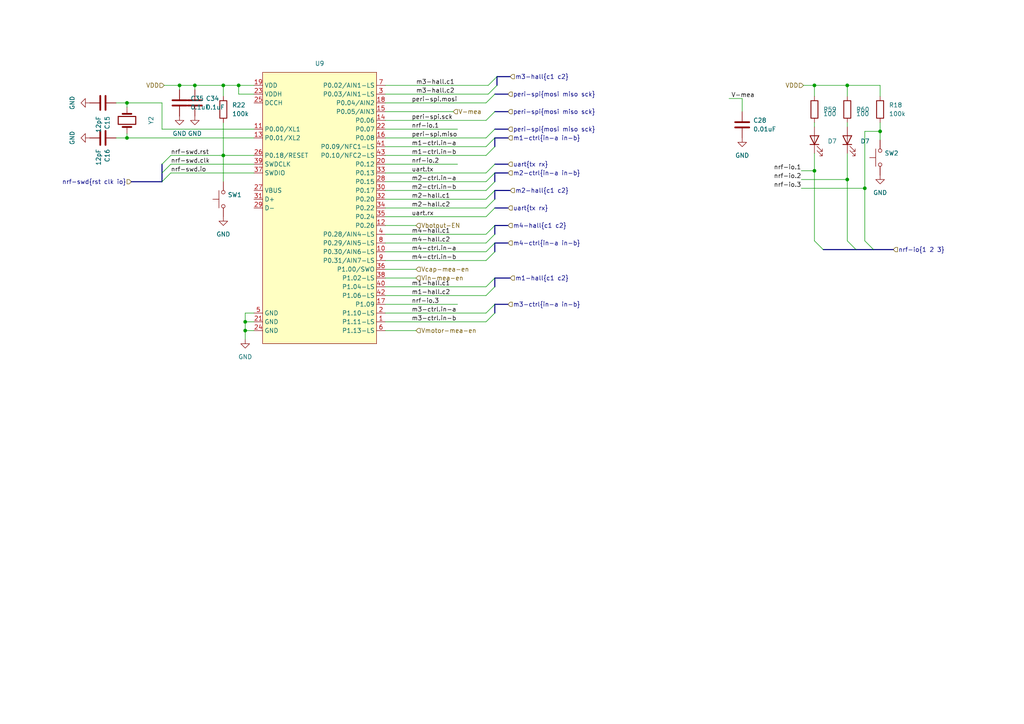
<source format=kicad_sch>
(kicad_sch (version 20230121) (generator eeschema)
  (paper "A4")
  (lib_symbols
    (symbol "Device:C" (pin_numbers hide) (pin_names (offset 0.254))
      (property "Reference" "C" (at 0.635 2.54 0))
      (property "Value" "C" (at 0.635 -2.54 0))
      (symbol "C_0_1"
        (polyline (pts (xy -2.032 -0.762) (xy 2.032 -0.762)) (stroke (width 0.508)))
        (polyline (pts (xy -2.032 0.762) (xy 2.032 0.762)) (stroke (width 0.508)))
      )
      (symbol "C_1_1"
        (pin passive line (at 0 3.81 270) (length 2.794) (name "~") (number "1"))
        (pin passive line (at 0 -3.81 90) (length 2.794) (name "~") (number "2"))
      )
    )
    (symbol "Device:Crystal" (pin_numbers hide) (pin_names (offset 1.016) hide)
      (property "Reference" "Y" (at 0 3.81 0))
      (property "Value" "Crystal" (at 0 -3.81 0))
      (symbol "Crystal_0_1"
        (rectangle (start -1.143 2.54) (end 1.143 -2.54) (stroke (width 0.3048)))
        (polyline (pts (xy -2.54 0) (xy -1.905 0)))
        (polyline (pts (xy -1.905 -1.27) (xy -1.905 1.27)) (stroke (width 0.508)))
        (polyline (pts (xy 1.905 -1.27) (xy 1.905 1.27)) (stroke (width 0.508)))
        (polyline (pts (xy 2.54 0) (xy 1.905 0)))
      )
      (symbol "Crystal_1_1"
        (pin passive line (at -3.81 0 0) (length 1.27) (name "1") (number "1"))
        (pin passive line (at 3.81 0 180) (length 1.27) (name "2") (number "2"))
      )
    )
    (symbol "Device:LED" (pin_numbers hide) (pin_names (offset 1.016) hide)
      (property "Reference" "D" (at 0 2.54 0))
      (property "Value" "LED" (at 0 -2.54 0))
      (symbol "LED_0_1"
        (polyline (pts (xy -1.27 -1.27) (xy -1.27 1.27)) (stroke (width 0.254)))
        (polyline (pts (xy -1.27 0) (xy 1.27 0)))
        (polyline (pts (xy 1.27 -1.27) (xy 1.27 1.27) (xy -1.27 0) (xy 1.27 -1.27)) (stroke (width 0.254)))
        (polyline (pts (xy -3.048 -0.762) (xy -4.572 -2.286) (xy -3.81 -2.286) (xy -4.572 -2.286) (xy -4.572 -1.524)))
        (polyline (pts (xy -1.778 -0.762) (xy -3.302 -2.286) (xy -2.54 -2.286) (xy -3.302 -2.286) (xy -3.302 -1.524)))
      )
      (symbol "LED_1_1"
        (pin passive line (at -3.81 0 0) (length 2.54) (name "K") (number "1"))
        (pin passive line (at 3.81 0 180) (length 2.54) (name "A") (number "2"))
      )
    )
    (symbol "Device:R" (pin_numbers hide) (pin_names (offset 0))
      (property "Reference" "R" (at 2.032 0 90))
      (property "Value" "R" (at 0 0 90))
      (symbol "R_0_1"
        (rectangle (start -1.016 -2.54) (end 1.016 2.54) (stroke (width 0.254)))
      )
      (symbol "R_1_1"
        (pin passive line (at 0 3.81 270) (length 1.27) (name "~") (number "1"))
        (pin passive line (at 0 -3.81 90) (length 1.27) (name "~") (number "2"))
      )
    )
    (symbol "Fan_MCU:E73-2G4M08S1C"
      (property "Reference" "U" (at 0 40.64 0))
      (symbol "E73-2G4M08S1C_0_0"
        (pin power_in line (at -19.05 -35.56 0) (length 2.54) (name "GND") (number "24"))
      )
      (symbol "E73-2G4M08S1C_1_0"
        (pin bidirectional line (at 19.05 -33.02 180) (length 2.54) (name "P1.11-LS") (number "1"))
        (pin bidirectional line (at 19.05 -12.7 180) (length 2.54) (name "P0.30/AIN6-LS") (number "10"))
        (pin bidirectional line (at -19.05 22.86 0) (length 2.54) (name "P0.00/XL1") (number "11"))
        (pin bidirectional line (at 19.05 -5.08 180) (length 2.54) (name "P0.26") (number "12"))
        (pin bidirectional line (at -19.05 20.32 0) (length 2.54) (name "P0.01/XL2") (number "13"))
        (pin bidirectional line (at 19.05 25.4 180) (length 2.54) (name "P0.06") (number "14"))
        (pin bidirectional line (at 19.05 27.94 180) (length 2.54) (name "P0.05/AIN3") (number "15"))
        (pin bidirectional line (at 19.05 20.32 180) (length 2.54) (name "P0.08") (number "16"))
        (pin bidirectional line (at 19.05 -27.94 180) (length 2.54) (name "P1.09") (number "17"))
        (pin bidirectional line (at 19.05 30.48 180) (length 2.54) (name "P0.04/AIN2") (number "18"))
        (pin power_in line (at -19.05 35.56 0) (length 2.54) (name "VDD") (number "19"))
        (pin bidirectional line (at 19.05 -30.48 180) (length 2.54) (name "P1.10-LS") (number "2"))
        (pin bidirectional line (at 19.05 12.7 180) (length 2.54) (name "P0.12") (number "20"))
        (pin power_in line (at -19.05 -33.02 0) (length 2.54) (name "GND") (number "21"))
        (pin bidirectional line (at 19.05 22.86 180) (length 2.54) (name "P0.07") (number "22"))
        (pin power_in line (at -19.05 33.02 0) (length 2.54) (name "VDDH") (number "23"))
        (pin power_in line (at -19.05 30.48 0) (length 2.54) (name "DCCH") (number "25"))
        (pin bidirectional line (at -19.05 15.24 0) (length 2.54) (name "P0.18/RESET") (number "26"))
        (pin power_in line (at -19.05 5.08 0) (length 2.54) (name "VBUS") (number "27"))
        (pin bidirectional line (at 19.05 7.62 180) (length 2.54) (name "P0.15") (number "28"))
        (pin bidirectional line (at -19.05 0 0) (length 2.54) (name "D-") (number "29"))
        (pin bidirectional line (at 19.05 33.02 180) (length 2.54) (name "P0.03/AIN1-LS") (number "3"))
        (pin bidirectional line (at 19.05 5.08 180) (length 2.54) (name "P0.17") (number "30"))
        (pin bidirectional line (at -19.05 2.54 0) (length 2.54) (name "D+") (number "31"))
        (pin bidirectional line (at 19.05 2.54 180) (length 2.54) (name "P0.20") (number "32"))
        (pin bidirectional line (at 19.05 10.16 180) (length 2.54) (name "P0.13") (number "33"))
        (pin bidirectional line (at 19.05 0 180) (length 2.54) (name "P0.22") (number "34"))
        (pin bidirectional line (at 19.05 -2.54 180) (length 2.54) (name "P0.24") (number "35"))
        (pin bidirectional line (at 19.05 -17.78 180) (length 2.54) (name "P1.00/SWO") (number "36"))
        (pin bidirectional line (at -19.05 10.16 0) (length 2.54) (name "SWDIO") (number "37"))
        (pin bidirectional line (at 19.05 -20.32 180) (length 2.54) (name "P1.02-LS") (number "38"))
        (pin bidirectional line (at -19.05 12.7 0) (length 2.54) (name "SWDCLK") (number "39"))
        (pin bidirectional line (at 19.05 -7.62 180) (length 2.54) (name "P0.28/AIN4-LS") (number "4"))
        (pin bidirectional line (at 19.05 -22.86 180) (length 2.54) (name "P1.04-LS") (number "40"))
        (pin bidirectional line (at 19.05 17.78 180) (length 2.54) (name "P0.09/NFC1-LS") (number "41"))
        (pin bidirectional line (at 19.05 -25.4 180) (length 2.54) (name "P1.06-LS") (number "42"))
        (pin bidirectional line (at 19.05 15.24 180) (length 2.54) (name "P0.10/NFC2-LS") (number "43"))
        (pin power_in line (at -19.05 -30.48 0) (length 2.54) (name "GND") (number "5"))
        (pin bidirectional line (at 19.05 -35.56 180) (length 2.54) (name "P1.13-LS") (number "6"))
        (pin bidirectional line (at 19.05 35.56 180) (length 2.54) (name "P0.02/AIN1-LS") (number "7"))
        (pin bidirectional line (at 19.05 -10.16 180) (length 2.54) (name "P0.29/AIN5-LS") (number "8"))
        (pin bidirectional line (at 19.05 -15.24 180) (length 2.54) (name "P0.31/AIN7-LS") (number "9"))
      )
      (symbol "E73-2G4M08S1C_1_1"
        (rectangle (start -16.51 39.37) (end 16.51 -39.37) (fill (type background)))
      )
    )
    (symbol "Switch:SW_Push" (pin_numbers hide) (pin_names (offset 1.016) hide)
      (property "Reference" "SW" (at 1.27 2.54 0))
      (property "Value" "SW_Push" (at 0 -1.524 0))
      (symbol "SW_Push_0_1"
        (circle (center -2.032 0) (radius 0.508))
        (polyline (pts (xy 0 1.27) (xy 0 3.048)))
        (polyline (pts (xy 2.54 1.27) (xy -2.54 1.27)))
        (circle (center 2.032 0) (radius 0.508))
        (pin passive line (at -5.08 0 0) (length 2.54) (name "1") (number "1"))
        (pin passive line (at 5.08 0 180) (length 2.54) (name "2") (number "2"))
      )
    )
    (symbol "power:GND" (power) (pin_names (offset 0))
      (property "Value" "GND" (at 0 -3.81 0))
      (symbol "GND_0_1"
        (polyline (pts (xy 0 0) (xy 0 -1.27) (xy 1.27 -1.27) (xy 0 -2.54) (xy -1.27 -1.27) (xy 0 -1.27)))
      )
      (symbol "GND_1_1"
        (pin power_in line (at 0 0 270) (length 0) hide (name "GND") (number "1"))
      )
    )
  )
  (junction (at 245.745 24.765))
  (junction (at 64.77 45.085))
  (junction (at 52.07 24.765))
  (junction (at 36.83 40.005))
  (junction (at 255.27 38.1))
  (junction (at 245.745 52.07))
  (junction (at 71.12 93.345))
  (junction (at 36.83 29.845))
  (junction (at 71.12 95.885))
  (junction (at 56.515 24.765))
  (junction (at 236.22 49.53))
  (junction (at 69.215 24.765))
  (junction (at 64.77 24.765))
  (junction (at 236.22 24.765))
  (junction (at 250.825 54.61))
  (bus_entry (at 143.51 40.005) (size -2.54 2.54))
  (bus_entry (at 140.97 62.865) (size 2.54 -2.54))
  (bus_entry (at 140.97 50.165) (size 2.54 -2.54))
  (bus_entry (at 143.51 50.165) (size -2.54 2.54))
  (bus_entry (at 143.51 67.945) (size -2.54 2.54))
  (bus_entry (at 140.97 57.785) (size 2.54 -2.54))
  (bus_entry (at 140.97 29.845) (size 2.54 -2.54))
  (bus_entry (at 144.145 22.225) (size -2.54 2.54))
  (bus_entry (at 49.53 50.165) (size -2.54 2.54))
  (bus_entry (at 144.145 24.765) (size -2.54 2.54))
  (bus_entry (at 250.825 69.85) (size 2.54 2.54))
  (bus_entry (at 140.97 60.325) (size 2.54 -2.54))
  (bus_entry (at 143.51 42.545) (size -2.54 2.54))
  (bus_entry (at 143.51 80.645) (size -2.54 2.54))
  (bus_entry (at 236.22 69.85) (size 2.54 2.54))
  (bus_entry (at 143.51 73.025) (size -2.54 2.54))
  (bus_entry (at 49.53 45.085) (size -2.54 2.54))
  (bus_entry (at 245.745 69.85) (size 2.54 2.54))
  (bus_entry (at 140.97 40.005) (size 2.54 -2.54))
  (bus_entry (at 143.51 83.185) (size -2.54 2.54))
  (bus_entry (at 143.51 90.805) (size -2.54 2.54))
  (bus_entry (at 143.51 52.705) (size -2.54 2.54))
  (bus_entry (at 140.97 34.925) (size 2.54 -2.54))
  (bus_entry (at 143.51 88.265) (size -2.54 2.54))
  (bus_entry (at 49.53 47.625) (size -2.54 2.54))
  (bus_entry (at 143.51 70.485) (size -2.54 2.54))
  (bus_entry (at 143.51 65.405) (size -2.54 2.54))
  (wire (pts (xy 111.76 37.465) (xy 132.715 37.465)))
  (wire (pts (xy 111.76 62.865) (xy 140.97 62.865)))
  (bus (pts (xy 147.955 22.225) (xy 144.145 22.225)))
  (bus (pts (xy 238.76 72.39) (xy 248.285 72.39)))
  (wire (pts (xy 111.76 70.485) (xy 140.97 70.485)))
  (wire (pts (xy 232.41 54.61) (xy 250.825 54.61)))
  (wire (pts (xy 236.22 49.53) (xy 236.22 69.85)))
  (wire (pts (xy 111.76 40.005) (xy 140.97 40.005)))
  (wire (pts (xy 236.22 36.83) (xy 236.22 35.56)))
  (wire (pts (xy 111.76 90.805) (xy 140.97 90.805)))
  (bus (pts (xy 38.1 52.705) (xy 46.99 52.705)))
  (wire (pts (xy 71.12 90.805) (xy 71.12 93.345)))
  (bus (pts (xy 143.51 40.005) (xy 143.51 42.545)))
  (wire (pts (xy 33.655 29.845) (xy 36.83 29.845)))
  (wire (pts (xy 245.745 52.07) (xy 245.745 69.85)))
  (wire (pts (xy 73.66 24.765) (xy 69.215 24.765)))
  (wire (pts (xy 111.76 34.925) (xy 140.97 34.925)))
  (wire (pts (xy 111.76 57.785) (xy 140.97 57.785)))
  (wire (pts (xy 255.27 35.56) (xy 255.27 38.1)))
  (wire (pts (xy 56.515 24.765) (xy 64.77 24.765)))
  (bus (pts (xy 143.51 50.165) (xy 143.51 52.705)))
  (wire (pts (xy 111.76 55.245) (xy 140.97 55.245)))
  (wire (pts (xy 111.76 93.345) (xy 140.97 93.345)))
  (wire (pts (xy 69.215 24.765) (xy 64.77 24.765)))
  (wire (pts (xy 111.76 50.165) (xy 140.97 50.165)))
  (wire (pts (xy 111.76 42.545) (xy 140.97 42.545)))
  (wire (pts (xy 73.66 90.805) (xy 71.12 90.805)))
  (wire (pts (xy 49.53 45.085) (xy 64.77 45.085)))
  (wire (pts (xy 36.83 40.005) (xy 36.83 38.735)))
  (wire (pts (xy 111.76 47.625) (xy 132.715 47.625)))
  (bus (pts (xy 147.32 88.265) (xy 143.51 88.265)))
  (wire (pts (xy 255.27 38.1) (xy 250.825 38.1)))
  (wire (pts (xy 111.76 52.705) (xy 140.97 52.705)))
  (wire (pts (xy 245.745 24.765) (xy 255.27 24.765)))
  (wire (pts (xy 211.455 28.575) (xy 215.265 28.575)))
  (bus (pts (xy 143.51 27.305) (xy 147.32 27.305)))
  (bus (pts (xy 147.32 50.165) (xy 143.51 50.165)))
  (wire (pts (xy 49.53 50.165) (xy 73.66 50.165)))
  (wire (pts (xy 46.99 29.845) (xy 46.99 37.465)))
  (wire (pts (xy 233.045 24.765) (xy 236.22 24.765)))
  (wire (pts (xy 111.76 95.885) (xy 120.65 95.885)))
  (wire (pts (xy 73.66 95.885) (xy 71.12 95.885)))
  (wire (pts (xy 73.66 27.305) (xy 69.215 27.305)))
  (wire (pts (xy 56.515 24.765) (xy 56.515 26.035)))
  (wire (pts (xy 111.76 24.765) (xy 141.605 24.765)))
  (bus (pts (xy 46.99 47.625) (xy 46.99 50.165)))
  (wire (pts (xy 73.66 40.005) (xy 36.83 40.005)))
  (wire (pts (xy 71.12 93.345) (xy 71.12 95.885)))
  (bus (pts (xy 143.51 88.265) (xy 143.51 90.805)))
  (wire (pts (xy 111.76 73.025) (xy 140.97 73.025)))
  (bus (pts (xy 143.51 32.385) (xy 147.32 32.385)))
  (wire (pts (xy 111.76 83.185) (xy 140.97 83.185)))
  (wire (pts (xy 64.77 24.765) (xy 64.77 27.94)))
  (wire (pts (xy 36.83 29.845) (xy 46.99 29.845)))
  (bus (pts (xy 147.955 80.645) (xy 143.51 80.645)))
  (wire (pts (xy 46.99 37.465) (xy 73.66 37.465)))
  (wire (pts (xy 47.625 24.765) (xy 52.07 24.765)))
  (wire (pts (xy 250.825 54.61) (xy 250.825 69.85)))
  (bus (pts (xy 147.32 70.485) (xy 143.51 70.485)))
  (wire (pts (xy 64.77 45.085) (xy 73.66 45.085)))
  (wire (pts (xy 52.07 24.765) (xy 52.07 26.035)))
  (wire (pts (xy 52.07 24.765) (xy 56.515 24.765)))
  (bus (pts (xy 143.51 60.325) (xy 147.32 60.325)))
  (wire (pts (xy 111.76 80.645) (xy 120.65 80.645)))
  (wire (pts (xy 111.76 60.325) (xy 140.97 60.325)))
  (bus (pts (xy 144.145 22.225) (xy 144.145 24.765)))
  (wire (pts (xy 64.77 45.085) (xy 64.77 52.705)))
  (bus (pts (xy 147.32 65.405) (xy 143.51 65.405)))
  (bus (pts (xy 143.51 55.245) (xy 143.51 57.785)))
  (wire (pts (xy 245.745 44.45) (xy 245.745 52.07)))
  (bus (pts (xy 143.51 47.625) (xy 147.32 47.625)))
  (bus (pts (xy 143.51 55.245) (xy 147.955 55.245)))
  (wire (pts (xy 111.76 45.085) (xy 140.97 45.085)))
  (bus (pts (xy 143.51 37.465) (xy 147.32 37.465)))
  (wire (pts (xy 236.22 27.94) (xy 236.22 24.765)))
  (bus (pts (xy 143.51 70.485) (xy 143.51 73.025)))
  (wire (pts (xy 245.745 24.765) (xy 245.745 27.94)))
  (wire (pts (xy 236.22 24.765) (xy 245.745 24.765)))
  (wire (pts (xy 36.83 29.845) (xy 36.83 31.115)))
  (bus (pts (xy 248.285 72.39) (xy 253.365 72.39)))
  (wire (pts (xy 111.76 75.565) (xy 140.97 75.565)))
  (wire (pts (xy 49.53 47.625) (xy 73.66 47.625)))
  (wire (pts (xy 73.66 93.345) (xy 71.12 93.345)))
  (wire (pts (xy 111.76 32.385) (xy 131.445 32.385)))
  (wire (pts (xy 111.76 27.305) (xy 141.605 27.305)))
  (wire (pts (xy 255.27 24.765) (xy 255.27 27.94)))
  (bus (pts (xy 147.32 40.005) (xy 143.51 40.005)))
  (bus (pts (xy 143.51 80.645) (xy 143.51 83.185)))
  (wire (pts (xy 64.77 35.56) (xy 64.77 45.085)))
  (wire (pts (xy 232.41 49.53) (xy 236.22 49.53)))
  (wire (pts (xy 255.27 38.1) (xy 255.27 40.64)))
  (wire (pts (xy 232.41 52.07) (xy 245.745 52.07)))
  (wire (pts (xy 36.83 40.005) (xy 33.655 40.005)))
  (wire (pts (xy 111.76 29.845) (xy 140.97 29.845)))
  (wire (pts (xy 69.215 27.305) (xy 69.215 24.765)))
  (wire (pts (xy 111.76 88.265) (xy 132.715 88.265)))
  (wire (pts (xy 236.22 44.45) (xy 236.22 49.53)))
  (wire (pts (xy 71.12 95.885) (xy 71.12 98.425)))
  (wire (pts (xy 250.825 38.1) (xy 250.825 54.61)))
  (wire (pts (xy 111.76 85.725) (xy 140.97 85.725)))
  (wire (pts (xy 111.76 67.945) (xy 140.97 67.945)))
  (bus (pts (xy 259.08 72.39) (xy 253.365 72.39)))
  (bus (pts (xy 46.99 50.165) (xy 46.99 52.705)))
  (bus (pts (xy 143.51 65.405) (xy 143.51 67.945)))
  (wire (pts (xy 111.76 65.405) (xy 120.65 65.405)))
  (wire (pts (xy 245.745 36.83) (xy 245.745 35.56)))
  (wire (pts (xy 111.76 78.105) (xy 120.65 78.105)))
  (wire (pts (xy 215.265 32.385) (xy 215.265 28.575)))
  (label "V-mea" (at 212.09 28.575 0))
  (label "nrf-io.2" (at 119.38 47.625 0))
  (label "nrf-swd.rst" (at 49.53 45.085 0))
  (label "nrf-io.3" (at 119.38 88.265 0))
  (label "nrf-swd.io" (at 49.53 50.165 0))
  (label "m2-hall.c2" (at 119.38 60.325 0))
  (label "nrf-io.2" (at 232.41 52.07 180))
  (label "m1-ctrl.in-a" (at 119.38 42.545 0))
  (label "uart.tx" (at 119.38 50.165 0))
  (label "m3-ctrl.in-a" (at 119.38 90.805 0))
  (label "uart.rx" (at 119.38 62.865 0))
  (label "nrf-io.1" (at 119.38 37.465 0))
  (label "m4-hall.c1" (at 119.38 67.945 0))
  (label "m1-hall.c2" (at 119.38 85.725 0))
  (label "m4-ctrl.in-b" (at 119.38 75.565 0))
  (label "m2-ctrl.in-a" (at 119.38 52.705 0))
  (label "m1-hall.c1" (at 119.38 83.185 0))
  (label "m2-hall.c1" (at 119.38 57.785 0))
  (label "m1-ctrl.in-b" (at 119.38 45.085 0))
  (label "m3-hall.c2" (at 120.65 27.305 0))
  (label "m4-ctrl.in-a" (at 119.38 73.025 0))
  (label "m3-hall.c1" (at 120.65 24.765 0))
  (label "peri-spi.sck" (at 119.38 34.925 0))
  (label "peri-spi.miso" (at 119.38 40.005 0))
  (label "m3-ctrl.in-b" (at 119.38 93.345 0))
  (label "nrf-io.3" (at 232.41 54.61 180))
  (label "nrf-io.1" (at 232.41 49.53 180))
  (label "peri-spi.mosi" (at 119.38 29.845 0))
  (label "nrf-swd.clk" (at 49.53 47.625 0))
  (label "m4-hall.c2" (at 119.38 70.485 0))
  (label "m2-ctrl.in-b" (at 119.38 55.245 0))
  (hierarchical_label "m4-ctrl{in-a in-b}" (shape input) (at 147.32 70.485 0))
  (hierarchical_label "m3-hall{c1 c2}" (shape input) (at 147.955 22.225 0))
  (hierarchical_label "m2-ctrl{in-a in-b}" (shape input) (at 147.32 50.165 0))
  (hierarchical_label "m2-hall{c1 c2}" (shape input) (at 147.955 55.245 0))
  (hierarchical_label "m4-hall{c1 c2}" (shape input) (at 147.32 65.405 0))
  (hierarchical_label "uart{tx rx}" (shape input) (at 147.32 47.625 0))
  (hierarchical_label "peri-spi{mosi miso sck}" (shape input) (at 147.32 32.385 0))
  (hierarchical_label "nrf-io{1 2 3}" (shape input) (at 259.08 72.39 0))
  (hierarchical_label "nrf-swd{rst clk io}" (shape input) (at 38.1 52.705 180))
  (hierarchical_label "Vin-mea-en" (shape input) (at 120.65 80.645 0))
  (hierarchical_label "Vcap-mea-en" (shape input) (at 120.65 78.105 0))
  (hierarchical_label "V-mea" (shape input) (at 131.445 32.385 0))
  (hierarchical_label "m3-ctrl{in-a in-b}" (shape input) (at 147.32 88.265 0))
  (hierarchical_label "Vbotout-EN" (shape input) (at 120.65 65.405 0))
  (hierarchical_label "peri-spi{mosi miso sck}" (shape input) (at 147.32 37.465 0))
  (hierarchical_label "VDD" (shape input) (at 233.045 24.765 180))
  (hierarchical_label "VDD" (shape input) (at 47.625 24.765 180))
  (hierarchical_label "Vmotor-mea-en" (shape input) (at 120.65 95.885 0))
  (hierarchical_label "peri-spi{mosi miso sck}" (shape input) (at 147.32 27.305 0))
  (hierarchical_label "uart{tx rx}" (shape input) (at 147.32 60.325 0))
  (hierarchical_label "m1-hall{c1 c2}" (shape input) (at 147.955 80.645 0))
  (hierarchical_label "m1-ctrl{in-a in-b}" (shape input) (at 147.32 40.005 0))
  (symbol (lib_id "Switch:SW_Push") (at 255.27 45.72 90) (unit 1)
    (property "Reference" "SW2" (at 256.54 44.45 90) (effects (justify right)))
    (property "Value" "TS-1088-AR02016" (effects hide))
    (property "Footprint" "Button_Switch_SMD:SW_Push_SPST_NO_Alps_SKRK" (effects hide))
  )
  (symbol (lib_id "Device:Crystal") (at 36.83 34.925 270) (unit 1)
    (property "Reference" "Y2" (at 43.815 34.925 0))
    (property "Value" "Q13FC1350000400" (effects hide))
    (property "Footprint" "Crystal:Crystal_SMD_3215-2Pin_3.2x1.5mm" (effects hide))
  )
  (symbol (lib_id "Device:C") (at 52.07 29.845 0) (unit 1)
    (property "Reference" "C35" (at 55.245 28.575 0) (effects (justify left)))
    (property "Value" "0.1uF" (at 55.245 31.115 0) (effects (justify left)))
    (property "Footprint" "Capacitor_SMD:C_0402_1005Metric" (effects hide))
  )
  (symbol (lib_id "power:GND") (at 52.07 33.655 0) (unit 1)
    (property "Reference" "#PWR095" (effects hide))
    (property "Value" "GND" (at 52.07 38.735 0))
  )
  (symbol (lib_id "power:GND") (at 255.27 50.8 0) (unit 1)
    (property "Reference" "#PWR01" (effects hide))
    (property "Value" "GND" (at 255.27 55.88 0))
  )
  (symbol (lib_id "Device:R") (at 245.745 31.75 0) (unit 1)
    (property "Reference" "R60" (at 248.285 31.75 0) (effects (justify left)))
    (property "Value" "100" (at 248.285 33.02 0) (effects (justify left)))
    (property "Footprint" "Resistor_SMD:R_0402_1005Metric" (effects hide))
    (instances (project "FreeBot_main_v1.1b" (path "" (reference "R60") (unit 1)) (path "" (reference "R51") (unit 1))))
  )
  (symbol (lib_id "power:GND") (at 215.265 40.005 0) (unit 1)
    (property "Reference" "#PWR0100" (effects hide))
    (property "Value" "GND" (at 215.265 45.085 0))
  )
  (symbol (lib_id "Device:R") (at 64.77 31.75 0) (unit 1)
    (property "Reference" "R22" (at 67.31 30.48 0) (effects (justify left)))
    (property "Value" "100k" (at 67.31 33.02 0) (effects (justify left)))
    (property "Footprint" "Resistor_SMD:R_0402_1005Metric" (effects hide))
  )
  (symbol (lib_id "Device:C") (at 29.845 40.005 270) (unit 1)
    (property "Reference" "C16" (at 31.115 43.18 0) (effects (justify left)))
    (property "Value" "12pF" (at 28.575 43.18 0) (effects (justify left)))
    (property "Footprint" "Capacitor_SMD:C_0402_1005Metric" (effects hide))
  )
  (symbol (lib_id "Device:R") (at 255.27 31.75 0) (unit 1)
    (property "Reference" "R18" (at 257.81 30.48 0) (effects (justify left)))
    (property "Value" "100k" (at 257.81 33.02 0) (effects (justify left)))
    (property "Footprint" "Resistor_SMD:R_0402_1005Metric" (effects hide))
  )
  (symbol (lib_id "Device:R") (at 236.22 31.75 0) (unit 1)
    (property "Reference" "R59" (at 238.76 31.75 0) (effects (justify left)))
    (property "Value" "100" (at 238.76 33.02 0) (effects (justify left)))
    (property "Footprint" "Resistor_SMD:R_0402_1005Metric" (effects hide))
    (instances (project "FreeBot_main_v1.1b" (path "" (reference "R59") (unit 1)) (path "" (reference "R51") (unit 1))))
  )
  (symbol (lib_id "Device:C") (at 215.265 36.195 0) (unit 1)
    (property "Reference" "C28" (at 218.44 34.925 0) (effects (justify left)))
    (property "Value" "0.01uF" (at 218.44 37.465 0) (effects (justify left)))
    (property "Footprint" "Capacitor_SMD:C_0402_1005Metric" (effects hide))
  )
  (symbol (lib_id "Device:LED") (at 245.745 40.64 90) (unit 1)
    (property "Reference" "D7" (at 249.555 40.9575 90) (effects (justify right)))
    (property "Value" "19-217/BHC-ZL1M2RY/3T" (effects hide))
    (property "Footprint" "LED_SMD:LED_0603_1608Metric" (effects hide))
    (instances (project "FreeBot_main_v1.1b" (path "" (reference "D7") (unit 1)) (path "" (reference "D16") (unit 1))))
  )
  (symbol (lib_id "Device:C") (at 56.515 29.845 0) (unit 1)
    (property "Reference" "C34" (at 59.69 28.575 0) (effects (justify left)))
    (property "Value" "0.1uF" (at 59.69 31.115 0) (effects (justify left)))
    (property "Footprint" "Capacitor_SMD:C_0402_1005Metric" (effects hide))
  )
  (symbol (lib_id "power:GND") (at 71.12 98.425 0) (unit 1)
    (property "Reference" "#PWR054" (effects hide))
    (property "Value" "GND" (at 71.12 103.505 0))
  )
  (symbol (lib_id "power:GND") (at 26.035 29.845 270) (unit 1)
    (property "Reference" "#PWR055" (effects hide))
    (property "Value" "GND" (at 20.955 29.845 0))
  )
  (symbol (lib_id "Fan_MCU:E73-2G4M08S1C") (at 92.71 60.325 0) (unit 1)
    (property "Reference" "U9" (at 92.71 18.415 0))
    (property "Value" "E73-2G4M08S1C" (effects hide))
    (property "Footprint" "Fan-MCU-Library:E73-2G4M08S1C" (effects hide))
  )
  (symbol (lib_id "power:GND") (at 26.035 40.005 270) (unit 1)
    (property "Reference" "#PWR056" (effects hide))
    (property "Value" "GND" (at 20.955 40.005 0))
  )
  (symbol (lib_id "power:GND") (at 64.77 62.865 0) (unit 1)
    (property "Reference" "#PWR057" (effects hide))
    (property "Value" "GND" (at 64.77 67.945 0))
  )
  (symbol (lib_id "Device:LED") (at 236.22 40.64 90) (unit 1)
    (property "Reference" "D7" (at 240.03 40.9575 90) (effects (justify right)))
    (property "Value" "19-217/BHC-ZL1M2RY/3T" (effects hide))
    (property "Footprint" "LED_SMD:LED_0603_1608Metric" (effects hide))
    (instances (project "FreeBot_main_v1.1b" (path "" (reference "D7") (unit 1)) (path "" (reference "D15") (unit 1))))
  )
  (symbol (lib_id "Device:C") (at 29.845 29.845 270) (unit 1)
    (property "Reference" "C15" (at 31.115 33.655 0) (effects (justify left)))
    (property "Value" "12pF" (at 28.575 33.655 0) (effects (justify left)))
    (property "Footprint" "Capacitor_SMD:C_0402_1005Metric" (effects hide))
  )
  (symbol (lib_id "Switch:SW_Push") (at 64.77 57.785 90) (unit 1)
    (property "Reference" "SW1" (at 66.04 56.515 90) (effects (justify right)))
    (property "Value" "TS-1088-AR02016" (effects hide))
    (property "Footprint" "Button_Switch_SMD:SW_Push_SPST_NO_Alps_SKRK" (effects hide))
  )
  (symbol (lib_id "power:GND") (at 56.515 33.655 0) (unit 1)
    (property "Reference" "#PWR094" (effects hide))
    (property "Value" "GND" (at 56.515 38.735 0))
  )
)
</source>
